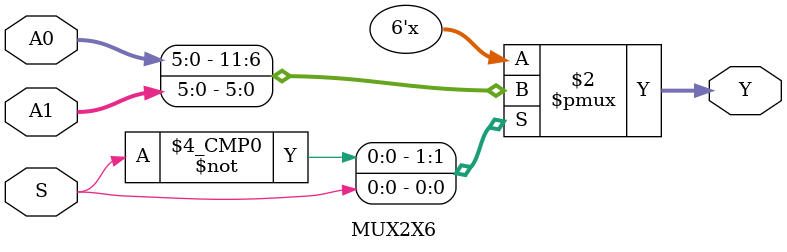
<source format=sv>
`timescale 1ns / 1ps
module MUX2X6(input logic [5:0]  A0, A1,
              input logic        S,
              output logic [5:0] Y);
    
    always_comb begin
        case (S)
            1'b0: Y = A0; // Y = (S) ? A1 : A0;
            1'b1: Y = A1;
        endcase
    end

endmodule

</source>
